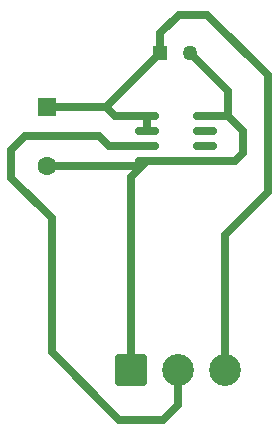
<source format=gbr>
%TF.GenerationSoftware,KiCad,Pcbnew,9.0.7*%
%TF.CreationDate,2026-01-28T16:33:08-08:00*%
%TF.ProjectId,speed-sensor-PCB,73706565-642d-4736-956e-736f722d5043,rev?*%
%TF.SameCoordinates,Original*%
%TF.FileFunction,Copper,L1,Top*%
%TF.FilePolarity,Positive*%
%FSLAX46Y46*%
G04 Gerber Fmt 4.6, Leading zero omitted, Abs format (unit mm)*
G04 Created by KiCad (PCBNEW 9.0.7) date 2026-01-28 16:33:08*
%MOMM*%
%LPD*%
G01*
G04 APERTURE LIST*
G04 Aperture macros list*
%AMRoundRect*
0 Rectangle with rounded corners*
0 $1 Rounding radius*
0 $2 $3 $4 $5 $6 $7 $8 $9 X,Y pos of 4 corners*
0 Add a 4 corners polygon primitive as box body*
4,1,4,$2,$3,$4,$5,$6,$7,$8,$9,$2,$3,0*
0 Add four circle primitives for the rounded corners*
1,1,$1+$1,$2,$3*
1,1,$1+$1,$4,$5*
1,1,$1+$1,$6,$7*
1,1,$1+$1,$8,$9*
0 Add four rect primitives between the rounded corners*
20,1,$1+$1,$2,$3,$4,$5,0*
20,1,$1+$1,$4,$5,$6,$7,0*
20,1,$1+$1,$6,$7,$8,$9,0*
20,1,$1+$1,$8,$9,$2,$3,0*%
G04 Aperture macros list end*
%TA.AperFunction,ComponentPad*%
%ADD10C,1.600000*%
%TD*%
%TA.AperFunction,ComponentPad*%
%ADD11RoundRect,0.250000X-0.550000X0.550000X-0.550000X-0.550000X0.550000X-0.550000X0.550000X0.550000X0*%
%TD*%
%TA.AperFunction,ComponentPad*%
%ADD12RoundRect,0.250001X-1.099999X-1.099999X1.099999X-1.099999X1.099999X1.099999X-1.099999X1.099999X0*%
%TD*%
%TA.AperFunction,ComponentPad*%
%ADD13C,2.700000*%
%TD*%
%TA.AperFunction,SMDPad,CuDef*%
%ADD14RoundRect,0.150000X-0.825000X-0.150000X0.825000X-0.150000X0.825000X0.150000X-0.825000X0.150000X0*%
%TD*%
%TA.AperFunction,ComponentPad*%
%ADD15R,1.270000X1.270000*%
%TD*%
%TA.AperFunction,ComponentPad*%
%ADD16C,1.270000*%
%TD*%
%TA.AperFunction,Conductor*%
%ADD17C,0.700000*%
%TD*%
G04 APERTURE END LIST*
D10*
%TO.P,C2,2*%
%TO.N,GND*%
X89040000Y-102350000D03*
D11*
%TO.P,C2,1*%
%TO.N,+3.3V*%
X89040000Y-97350000D03*
%TD*%
D12*
%TO.P,J1,1,Pin_1*%
%TO.N,GND*%
X96190000Y-119580000D03*
D13*
%TO.P,J1,2,Pin_2*%
%TO.N,Net-(IC1-OUT)*%
X100150000Y-119580000D03*
%TO.P,J1,3,Pin_3*%
%TO.N,+3.3V*%
X104110000Y-119580000D03*
%TD*%
D14*
%TO.P,IC1,1,VDD5V*%
%TO.N,+3.3V*%
X97525000Y-98095000D03*
%TO.P,IC1,2,VDD3V3*%
X97525000Y-99365000D03*
%TO.P,IC1,3,OUT*%
%TO.N,Net-(IC1-OUT)*%
X97525000Y-100635000D03*
%TO.P,IC1,4,GND*%
%TO.N,GND*%
X97525000Y-101905000D03*
%TO.P,IC1,5,PGO*%
X102475000Y-101905000D03*
%TO.P,IC1,6,SDA*%
%TO.N,unconnected-(IC1-SDA-Pad6)*%
X102475000Y-100635000D03*
%TO.P,IC1,7,SCL*%
%TO.N,unconnected-(IC1-SCL-Pad7)*%
X102475000Y-99365000D03*
%TO.P,IC1,8,DIR*%
%TO.N,GND*%
X102475000Y-98095000D03*
%TD*%
D15*
%TO.P,C1,1*%
%TO.N,+3.3V*%
X98680000Y-92780000D03*
D16*
%TO.P,C1,2*%
%TO.N,GND*%
X101220000Y-92780000D03*
%TD*%
D17*
%TO.N,Net-(IC1-OUT)*%
X100150000Y-122540000D02*
X100150000Y-119580000D01*
X98900000Y-123790000D02*
X100150000Y-122540000D01*
X95210000Y-123790000D02*
X98900000Y-123790000D01*
X86010000Y-103300000D02*
X89460000Y-106750000D01*
X86010000Y-100980000D02*
X86010000Y-103300000D01*
X89460000Y-118040000D02*
X95210000Y-123790000D01*
X93490000Y-99780000D02*
X87210000Y-99780000D01*
X87210000Y-99780000D02*
X86010000Y-100980000D01*
X97525000Y-100635000D02*
X94345000Y-100635000D01*
X94345000Y-100635000D02*
X93490000Y-99780000D01*
X89460000Y-106750000D02*
X89460000Y-118040000D01*
%TO.N,GND*%
X97080000Y-102350000D02*
X97525000Y-101905000D01*
X89040000Y-102350000D02*
X97080000Y-102350000D01*
%TO.N,+3.3V*%
X97525000Y-99365000D02*
X97525000Y-98095000D01*
X94855000Y-98095000D02*
X94110000Y-97350000D01*
X97525000Y-98095000D02*
X94855000Y-98095000D01*
X94110000Y-97350000D02*
X98680000Y-92780000D01*
X89040000Y-97350000D02*
X94110000Y-97350000D01*
X98680000Y-91040000D02*
X98680000Y-92780000D01*
X100220000Y-89500000D02*
X98680000Y-91040000D01*
X102660000Y-89500000D02*
X100220000Y-89500000D01*
X107800000Y-94640000D02*
X102660000Y-89500000D01*
X107800000Y-104510000D02*
X107800000Y-94640000D01*
X104110000Y-108200000D02*
X107800000Y-104510000D01*
X104110000Y-119580000D02*
X104110000Y-108200000D01*
%TO.N,GND*%
X104415000Y-95975000D02*
X104415000Y-98095000D01*
X101220000Y-92780000D02*
X104415000Y-95975000D01*
X105680000Y-99360000D02*
X104415000Y-98095000D01*
X105680000Y-101230000D02*
X105680000Y-99360000D01*
X104415000Y-98095000D02*
X102475000Y-98095000D01*
X102475000Y-101905000D02*
X105005000Y-101905000D01*
X105005000Y-101905000D02*
X105680000Y-101230000D01*
X97525000Y-101905000D02*
X102475000Y-101905000D01*
X96190000Y-103240000D02*
X97525000Y-101905000D01*
X96190000Y-119580000D02*
X96190000Y-103240000D01*
%TD*%
M02*

</source>
